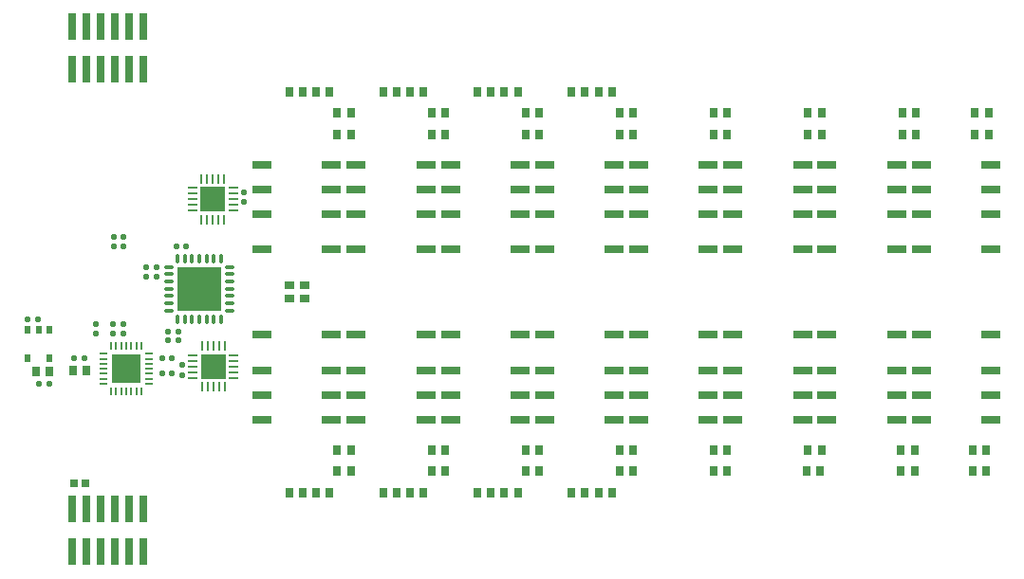
<source format=gtp>
G04*
G04 #@! TF.GenerationSoftware,Altium Limited,Altium Designer,20.0.9 (164)*
G04*
G04 Layer_Color=8421504*
%FSLAX25Y25*%
%MOIN*%
G70*
G01*
G75*
%ADD15R,0.02756X0.03347*%
G04:AMPARAMS|DCode=16|XSize=20.47mil|YSize=22.05mil|CornerRadius=5.12mil|HoleSize=0mil|Usage=FLASHONLY|Rotation=0.000|XOffset=0mil|YOffset=0mil|HoleType=Round|Shape=RoundedRectangle|*
%AMROUNDEDRECTD16*
21,1,0.02047,0.01181,0,0,0.0*
21,1,0.01024,0.02205,0,0,0.0*
1,1,0.01024,0.00512,-0.00591*
1,1,0.01024,-0.00512,-0.00591*
1,1,0.01024,-0.00512,0.00591*
1,1,0.01024,0.00512,0.00591*
%
%ADD16ROUNDEDRECTD16*%
%ADD17R,0.02165X0.03150*%
%ADD18R,0.02835X0.03543*%
%ADD19R,0.06693X0.02756*%
%ADD20O,0.01181X0.03937*%
%ADD21O,0.03937X0.01181*%
%ADD22R,0.15472X0.15472*%
%ADD23O,0.00984X0.03347*%
%ADD24O,0.03347X0.00984*%
%ADD25R,0.09055X0.09055*%
G04:AMPARAMS|DCode=26|XSize=20.47mil|YSize=22.05mil|CornerRadius=5.12mil|HoleSize=0mil|Usage=FLASHONLY|Rotation=270.000|XOffset=0mil|YOffset=0mil|HoleType=Round|Shape=RoundedRectangle|*
%AMROUNDEDRECTD26*
21,1,0.02047,0.01181,0,0,270.0*
21,1,0.01024,0.02205,0,0,270.0*
1,1,0.01024,-0.00591,-0.00512*
1,1,0.01024,-0.00591,0.00512*
1,1,0.01024,0.00591,0.00512*
1,1,0.01024,0.00591,-0.00512*
%
%ADD26ROUNDEDRECTD26*%
%ADD27R,0.03347X0.02756*%
%ADD28R,0.09843X0.09843*%
%ADD29O,0.00787X0.02953*%
%ADD30O,0.02953X0.00787*%
%ADD31R,0.02992X0.09449*%
%ADD32R,0.02500X0.02500*%
D15*
X227953Y39764D02*
D03*
X223228D02*
D03*
X213779D02*
D03*
X218504D02*
D03*
X194882D02*
D03*
X190157D02*
D03*
X180709D02*
D03*
X185433D02*
D03*
X161811D02*
D03*
X157087D02*
D03*
X147638D02*
D03*
X152362D02*
D03*
X128740D02*
D03*
X124016D02*
D03*
X119291D02*
D03*
X114567D02*
D03*
X301575Y165748D02*
D03*
X296850D02*
D03*
X354724Y54724D02*
D03*
X359449D02*
D03*
X354724Y47244D02*
D03*
X359449Y47244D02*
D03*
X329528Y54724D02*
D03*
X334252D02*
D03*
X296850D02*
D03*
X301575D02*
D03*
X263780D02*
D03*
X268504D02*
D03*
X230709D02*
D03*
X235433D02*
D03*
X197638D02*
D03*
X202362D02*
D03*
X164567D02*
D03*
X169291D02*
D03*
X131496D02*
D03*
X136221D02*
D03*
X329528Y47244D02*
D03*
X334252D02*
D03*
X296457D02*
D03*
X301181D02*
D03*
X263780D02*
D03*
X268504D02*
D03*
X230709D02*
D03*
X235433D02*
D03*
X197638D02*
D03*
X202362D02*
D03*
X164567D02*
D03*
X169291D02*
D03*
X131496D02*
D03*
X136221D02*
D03*
X355512Y173228D02*
D03*
X360236Y173228D02*
D03*
X355512Y165748D02*
D03*
X360236D02*
D03*
X213779Y180709D02*
D03*
X218504D02*
D03*
X227953D02*
D03*
X223228D02*
D03*
X180709D02*
D03*
X185433D02*
D03*
X194882D02*
D03*
X190157D02*
D03*
X147638D02*
D03*
X152362D02*
D03*
X161811D02*
D03*
X157087D02*
D03*
X114567D02*
D03*
X119291D02*
D03*
X128740D02*
D03*
X124016D02*
D03*
X329921Y173228D02*
D03*
X334646D02*
D03*
X296850D02*
D03*
X301575D02*
D03*
X263780D02*
D03*
X268504D02*
D03*
X230709D02*
D03*
X235433D02*
D03*
X197638D02*
D03*
X202362D02*
D03*
X164567D02*
D03*
X169291D02*
D03*
X131496D02*
D03*
X136221D02*
D03*
X329921Y165748D02*
D03*
X334646D02*
D03*
X263779D02*
D03*
X268504D02*
D03*
X230709Y165748D02*
D03*
X235433D02*
D03*
X197638Y165748D02*
D03*
X202362D02*
D03*
X164567D02*
D03*
X169291D02*
D03*
X131496D02*
D03*
X136221D02*
D03*
X38583Y82677D02*
D03*
X43307D02*
D03*
D16*
X73386Y81496D02*
D03*
X69921D02*
D03*
X26299Y100787D02*
D03*
X22835D02*
D03*
X26850Y77953D02*
D03*
X30315D02*
D03*
X75039Y126378D02*
D03*
X78504D02*
D03*
X75610Y93307D02*
D03*
X72146D02*
D03*
X75610Y96457D02*
D03*
X72146D02*
D03*
X73427Y86832D02*
D03*
X69963D02*
D03*
X64508Y118898D02*
D03*
X67972D02*
D03*
X64508Y115748D02*
D03*
X67972D02*
D03*
X52992Y129528D02*
D03*
X56457D02*
D03*
X52992Y126378D02*
D03*
X56457D02*
D03*
X42677Y86832D02*
D03*
X39213D02*
D03*
D17*
X30315Y96850D02*
D03*
X26575Y96850D02*
D03*
X22835Y96850D02*
D03*
X30315Y87008D02*
D03*
X22835Y87008D02*
D03*
D18*
X25591Y82284D02*
D03*
X30315D02*
D03*
D19*
X327953Y95276D02*
D03*
Y82677D02*
D03*
Y74016D02*
D03*
Y65354D02*
D03*
X303543D02*
D03*
Y74016D02*
D03*
Y82677D02*
D03*
Y95276D02*
D03*
X294882Y95276D02*
D03*
Y82677D02*
D03*
Y74016D02*
D03*
Y65354D02*
D03*
X270472D02*
D03*
Y74016D02*
D03*
Y82677D02*
D03*
Y95276D02*
D03*
X261811Y95276D02*
D03*
Y82677D02*
D03*
X261811Y74016D02*
D03*
Y65354D02*
D03*
X237402D02*
D03*
Y74016D02*
D03*
Y82677D02*
D03*
Y95276D02*
D03*
X228740Y95276D02*
D03*
Y82677D02*
D03*
Y74016D02*
D03*
Y65354D02*
D03*
X204331D02*
D03*
Y74016D02*
D03*
Y82677D02*
D03*
Y95276D02*
D03*
X327953Y125197D02*
D03*
Y137795D02*
D03*
Y146457D02*
D03*
Y155118D02*
D03*
X303543D02*
D03*
Y146457D02*
D03*
X303543Y137795D02*
D03*
Y125197D02*
D03*
X270472D02*
D03*
Y137795D02*
D03*
X270472Y146457D02*
D03*
Y155118D02*
D03*
X294882D02*
D03*
Y146457D02*
D03*
Y137795D02*
D03*
Y125197D02*
D03*
X237402Y125197D02*
D03*
Y137795D02*
D03*
X237402Y146457D02*
D03*
X237402Y155118D02*
D03*
X261811Y155118D02*
D03*
Y146457D02*
D03*
Y137795D02*
D03*
Y125197D02*
D03*
X336614Y95276D02*
D03*
Y82677D02*
D03*
Y74016D02*
D03*
Y65354D02*
D03*
X361024Y65354D02*
D03*
X361024Y74016D02*
D03*
X361024Y82677D02*
D03*
Y95276D02*
D03*
X171260Y95276D02*
D03*
Y82677D02*
D03*
Y74016D02*
D03*
Y65354D02*
D03*
X195669D02*
D03*
Y74016D02*
D03*
Y82677D02*
D03*
Y95276D02*
D03*
X138189Y95276D02*
D03*
Y82677D02*
D03*
Y74016D02*
D03*
Y65354D02*
D03*
X162598D02*
D03*
Y74016D02*
D03*
Y82677D02*
D03*
Y95276D02*
D03*
X105118Y95276D02*
D03*
Y82677D02*
D03*
Y74016D02*
D03*
Y65354D02*
D03*
X129528D02*
D03*
Y74016D02*
D03*
Y82677D02*
D03*
Y95276D02*
D03*
X361024Y125197D02*
D03*
Y137795D02*
D03*
Y146457D02*
D03*
Y155118D02*
D03*
X336614D02*
D03*
Y146457D02*
D03*
X336614Y137795D02*
D03*
Y125197D02*
D03*
X228740Y125197D02*
D03*
Y137795D02*
D03*
Y146457D02*
D03*
Y155118D02*
D03*
X204331D02*
D03*
Y146457D02*
D03*
Y137795D02*
D03*
X204331Y125197D02*
D03*
X195669D02*
D03*
Y137795D02*
D03*
Y146457D02*
D03*
Y155118D02*
D03*
X171260Y155118D02*
D03*
X171260Y146457D02*
D03*
X171260Y137795D02*
D03*
Y125197D02*
D03*
X162598Y125197D02*
D03*
Y137795D02*
D03*
Y146457D02*
D03*
Y155118D02*
D03*
X138189D02*
D03*
Y146457D02*
D03*
Y137795D02*
D03*
Y125197D02*
D03*
X129527Y125197D02*
D03*
Y137795D02*
D03*
Y146457D02*
D03*
Y155118D02*
D03*
X105118D02*
D03*
Y146457D02*
D03*
Y137795D02*
D03*
Y125197D02*
D03*
D20*
X90748Y122146D02*
D03*
X88189D02*
D03*
X85630D02*
D03*
X83071D02*
D03*
X80512D02*
D03*
X77953D02*
D03*
X75394D02*
D03*
Y100689D02*
D03*
X77953D02*
D03*
X80512D02*
D03*
X83071D02*
D03*
X85630D02*
D03*
X88189D02*
D03*
X90748D02*
D03*
D21*
X72342Y119095D02*
D03*
Y116535D02*
D03*
Y113976D02*
D03*
Y111417D02*
D03*
Y108858D02*
D03*
Y106299D02*
D03*
Y103740D02*
D03*
X93799D02*
D03*
Y106299D02*
D03*
Y108858D02*
D03*
Y111417D02*
D03*
Y113976D02*
D03*
Y116535D02*
D03*
Y119095D02*
D03*
D22*
X83071Y111417D02*
D03*
D23*
X91929Y91240D02*
D03*
X89961D02*
D03*
X87992D02*
D03*
X86024D02*
D03*
X84055D02*
D03*
Y76870D02*
D03*
X86024D02*
D03*
X87992D02*
D03*
X89961D02*
D03*
X91929D02*
D03*
X83858Y135728D02*
D03*
X85827D02*
D03*
X87795D02*
D03*
X89764D02*
D03*
X91732D02*
D03*
X91732Y150098D02*
D03*
X89764D02*
D03*
X87795D02*
D03*
X85827D02*
D03*
X83858D02*
D03*
D24*
X80807Y87992D02*
D03*
Y86024D02*
D03*
Y84055D02*
D03*
Y82087D02*
D03*
Y80118D02*
D03*
X95177D02*
D03*
X95177Y82087D02*
D03*
Y84055D02*
D03*
Y86024D02*
D03*
Y87992D02*
D03*
X94980Y138976D02*
D03*
Y140945D02*
D03*
Y142913D02*
D03*
Y144882D02*
D03*
Y146850D02*
D03*
X80610Y146850D02*
D03*
X80610Y144882D02*
D03*
Y142913D02*
D03*
Y140945D02*
D03*
Y138976D02*
D03*
D25*
X87992Y84055D02*
D03*
X87795Y142913D02*
D03*
D26*
X76968Y81142D02*
D03*
Y84606D02*
D03*
X98819Y145433D02*
D03*
X98819Y141969D02*
D03*
X56299Y98976D02*
D03*
Y95512D02*
D03*
X52756Y98976D02*
D03*
Y95512D02*
D03*
X46850Y98976D02*
D03*
Y95512D02*
D03*
D27*
X120079Y112598D02*
D03*
Y107874D02*
D03*
X114567Y112598D02*
D03*
Y107874D02*
D03*
D28*
X57382Y83268D02*
D03*
D29*
X62697Y75295D02*
D03*
X60925D02*
D03*
X59153D02*
D03*
X57382Y75295D02*
D03*
X55610Y75295D02*
D03*
X53839D02*
D03*
X52067D02*
D03*
Y91240D02*
D03*
X53839D02*
D03*
X55610D02*
D03*
X57382Y91240D02*
D03*
X59153Y91240D02*
D03*
X60925D02*
D03*
X62697D02*
D03*
D30*
X49409Y77953D02*
D03*
Y79724D02*
D03*
Y81496D02*
D03*
X49409Y83268D02*
D03*
X49409Y85039D02*
D03*
Y86811D02*
D03*
Y88583D02*
D03*
X65354D02*
D03*
Y86811D02*
D03*
Y85039D02*
D03*
X65354Y83268D02*
D03*
X65354Y81496D02*
D03*
Y79724D02*
D03*
Y77953D02*
D03*
D31*
X63543Y203543D02*
D03*
Y188543D02*
D03*
X58543Y203543D02*
D03*
Y188543D02*
D03*
X53543Y203543D02*
D03*
Y188543D02*
D03*
X48543Y203543D02*
D03*
Y188543D02*
D03*
X43543Y203543D02*
D03*
Y188543D02*
D03*
X38543Y203543D02*
D03*
Y188543D02*
D03*
X63543Y33898D02*
D03*
Y18898D02*
D03*
X58543Y33898D02*
D03*
X58543Y18898D02*
D03*
X53543Y33898D02*
D03*
X53543Y18898D02*
D03*
X48543Y33898D02*
D03*
X48543Y18898D02*
D03*
X43543Y33898D02*
D03*
X43543Y18898D02*
D03*
X38543Y33898D02*
D03*
Y18898D02*
D03*
D32*
X38945Y42913D02*
D03*
X42945D02*
D03*
M02*

</source>
